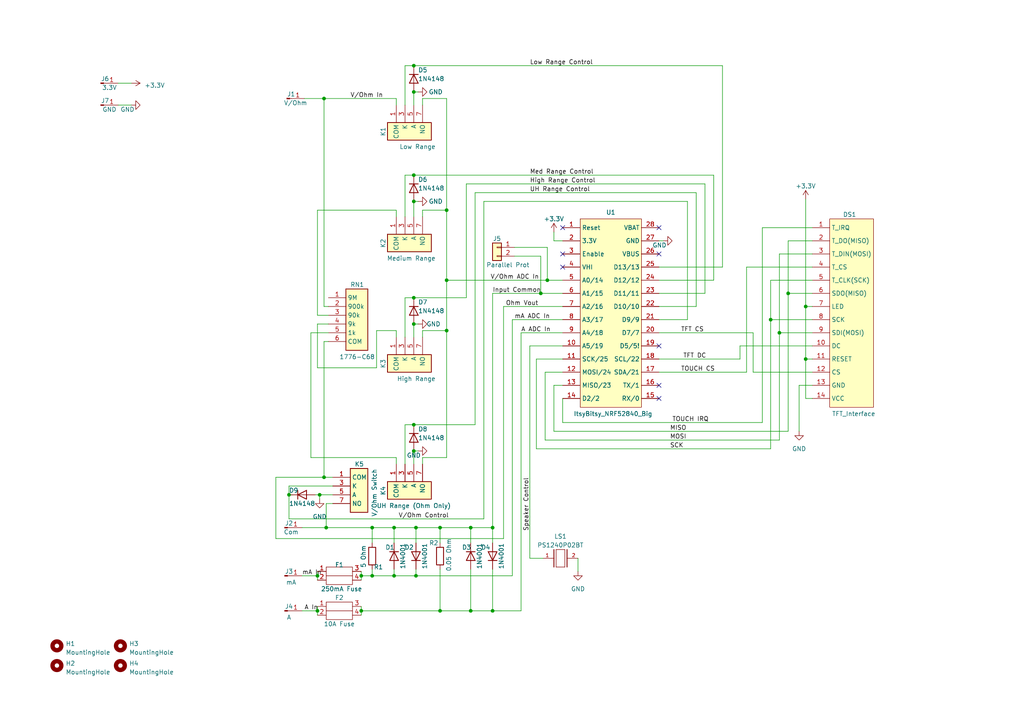
<source format=kicad_sch>
(kicad_sch (version 20230121) (generator eeschema)
  (paper "A4")
  (lib_symbols
    (symbol "502ProjectSymbols:1776-C68"
      (property "Reference" "RN" (at -2.54 13.97 0))
      (property "Value" "1776-C68" (at -2.54 11.43 0))
      (symbol "1776-C68_1_1"
        (rectangle (start -2.54 8.89) (end 3.81 -8.89) (stroke (width 0.254)) (fill (type background)))
        (pin passive line (at -7.62 6.35 0) (length 5.08) (name "9M") (number "1"))
        (pin passive line (at -7.62 3.81 0) (length 5.08) (name "900k") (number "2"))
        (pin passive line (at -7.62 1.27 0) (length 5.08) (name "90k") (number "3"))
        (pin passive line (at -7.62 -1.27 0) (length 5.08) (name "9k") (number "4"))
        (pin passive line (at -7.62 -3.81 0) (length 5.08) (name "1k") (number "5"))
        (pin passive line (at -7.62 -6.35 0) (length 5.08) (name "COM") (number "6"))
      )
    )
    (symbol "502ProjectSymbols:Fuse"
      (property "Reference" "F" (at 0 3.81 0))
      (property "Value" "Fuse" (at 0 -3.81 0))
      (symbol "Fuse_0_1"
        (rectangle (start -3.81 2.54) (end 3.81 -2.54))
        (polyline (pts (xy -3.81 0) (xy 3.81 0)))
      )
      (symbol "Fuse_1_1"
        (pin passive line (at -6.35 1.27 0) (length 2.54) (name "") (number "1"))
        (pin passive line (at -6.35 -1.27 0) (length 2.54) (name "") (number "2"))
        (pin passive line (at 6.35 1.27 180) (length 2.54) (name "") (number "3"))
        (pin passive line (at 6.35 -1.27 180) (length 2.54) (name "") (number "4"))
      )
    )
    (symbol "502ProjectSymbols:ItsyBitsy_NRF52840_Big"
      (property "Reference" "U1" (at 0 28.575 0))
      (property "Value" "ItsyBitsy_NRF52840_Big" (at 0.635 -29.845 0))
      (symbol "ItsyBitsy_NRF52840_Big_0_1"
        (rectangle (start -8.89 26.67) (end 8.89 -27.94) (fill (type background)))
      )
      (symbol "ItsyBitsy_NRF52840_Big_1_1"
        (pin input line (at -13.97 24.13 0) (length 5.08) (name "Reset") (number "1"))
        (pin input line (at -13.97 -10.16 0) (length 5.08) (name "A5/19") (number "10"))
        (pin bidirectional line (at -13.97 -13.97 0) (length 5.08) (name "SCK/25") (number "11"))
        (pin bidirectional line (at -13.97 -17.78 0) (length 5.08) (name "MOSI/24") (number "12"))
        (pin bidirectional line (at -13.97 -21.59 0) (length 5.08) (name "MISO/23") (number "13"))
        (pin bidirectional line (at -13.97 -25.4 0) (length 5.08) (name "D2/2") (number "14"))
        (pin bidirectional line (at 13.97 -25.4 180) (length 5.08) (name "RX/0") (number "15"))
        (pin bidirectional line (at 13.97 -21.59 180) (length 5.08) (name "TX/1") (number "16"))
        (pin bidirectional line (at 13.97 -17.78 180) (length 5.08) (name "SDA/21") (number "17"))
        (pin bidirectional line (at 13.97 -13.97 180) (length 5.08) (name "SCL/22") (number "18"))
        (pin bidirectional line (at 13.97 -10.16 180) (length 5.08) (name "D5/5!") (number "19"))
        (pin output line (at -13.97 20.32 0) (length 5.08) (name "3.3V") (number "2"))
        (pin bidirectional line (at 13.97 -6.35 180) (length 5.08) (name "D7/7") (number "20"))
        (pin bidirectional line (at 13.97 -2.54 180) (length 5.08) (name "D9/9") (number "21"))
        (pin bidirectional line (at 13.97 1.27 180) (length 5.08) (name "D10/10") (number "22"))
        (pin bidirectional line (at 13.97 5.08 180) (length 5.08) (name "D11/11") (number "23"))
        (pin bidirectional line (at 13.97 8.89 180) (length 5.08) (name "D12/12") (number "24"))
        (pin bidirectional line (at 13.97 12.7 180) (length 5.08) (name "D13/13") (number "25"))
        (pin bidirectional line (at 13.97 16.51 180) (length 5.08) (name "VBUS") (number "26"))
        (pin bidirectional line (at 13.97 20.32 180) (length 5.08) (name "GND") (number "27"))
        (pin bidirectional line (at 13.97 24.13 180) (length 5.08) (name "VBAT") (number "28"))
        (pin input line (at -13.97 16.51 0) (length 5.08) (name "Enable") (number "3"))
        (pin bidirectional line (at -13.97 12.7 0) (length 5.08) (name "VHI") (number "4"))
        (pin input line (at -13.97 8.89 0) (length 5.08) (name "A0/14") (number "5"))
        (pin input line (at -13.97 5.08 0) (length 5.08) (name "A1/15") (number "6"))
        (pin input line (at -13.97 1.27 0) (length 5.08) (name "A2/16") (number "7"))
        (pin input line (at -13.97 -2.54 0) (length 5.08) (name "A3/17") (number "8"))
        (pin input line (at -13.97 -6.35 0) (length 5.08) (name "A4/18") (number "9"))
      )
    )
    (symbol "502ProjectSymbols:PS1240P02BT" (pin_names (offset 1.016))
      (property "Reference" "LS" (at -3.81 3.81 0))
      (property "Value" "PS1240P02BT" (at -3.81 -5.08 0))
      (symbol "PS1240P02BT_0_0"
        (polyline (pts (xy -2.54 0) (xy -1.905 0)) (stroke (width 0.1524)))
        (polyline (pts (xy -1.905 -2.54) (xy -1.905 0)) (stroke (width 0.254)))
        (polyline (pts (xy -1.905 0) (xy -1.905 2.54)) (stroke (width 0.254)))
        (polyline (pts (xy -1.27 -2.54) (xy 1.27 -2.54)) (stroke (width 0.1524)))
        (polyline (pts (xy -1.27 2.54) (xy -1.27 -2.54)) (stroke (width 0.1524)))
        (polyline (pts (xy 1.27 -2.54) (xy 1.27 2.54)) (stroke (width 0.1524)))
        (polyline (pts (xy 1.27 2.54) (xy -1.27 2.54)) (stroke (width 0.1524)))
        (polyline (pts (xy 1.905 0) (xy 1.905 -2.54)) (stroke (width 0.254)))
        (polyline (pts (xy 1.905 0) (xy 2.54 0)) (stroke (width 0.1524)))
        (polyline (pts (xy 1.905 2.54) (xy 1.905 0)) (stroke (width 0.254)))
        (pin passive line (at -5.08 0 0) (length 2.54) (name "~") (number "1"))
        (pin passive line (at 5.08 0 180) (length 2.54) (name "~") (number "2"))
      )
    )
    (symbol "502ProjectSymbols:SIL03-1A72-71D"
      (property "Reference" "K" (at -1.27 8.89 0))
      (property "Value" "SIL03-1A72-71D" (at 3.81 -8.89 90))
      (symbol "SIL03-1A72-71D_1_1"
        (rectangle (start -2.54 6.35) (end 2.54 -6.35) (stroke (width 0.254)) (fill (type background)))
        (pin passive line (at -7.62 3.81 0) (length 5.08) (name "COM") (number "1"))
        (pin passive line (at -7.62 1.27 0) (length 5.08) (name "K") (number "3"))
        (pin passive line (at -7.62 -1.27 0) (length 5.08) (name "A") (number "5"))
        (pin passive line (at -7.62 -3.81 0) (length 5.08) (name "NO") (number "7"))
      )
    )
    (symbol "502ProjectSymbols:TFT_Interface"
      (property "Reference" "DS" (at -1.27 27.94 0))
      (property "Value" "TFT_Interface" (at 0 -29.21 0))
      (symbol "TFT_Interface_0_1"
        (rectangle (start -6.35 26.67) (end 6.35 -27.94) (fill (type background)))
      )
      (symbol "TFT_Interface_1_1"
        (pin passive line (at -11.43 24.13 0) (length 5.08) (name "T_IRQ") (number "1"))
        (pin passive line (at -11.43 -10.16 0) (length 5.08) (name "DC") (number "10"))
        (pin passive line (at -11.43 -13.97 0) (length 5.08) (name "RESET") (number "11"))
        (pin passive line (at -11.43 -17.78 0) (length 5.08) (name "CS") (number "12"))
        (pin passive line (at -11.43 -21.59 0) (length 5.08) (name "GND") (number "13"))
        (pin passive line (at -11.43 -25.4 0) (length 5.08) (name "VCC") (number "14"))
        (pin passive line (at -11.43 20.32 0) (length 5.08) (name "T_DO(MISO)") (number "2"))
        (pin passive line (at -11.43 16.51 0) (length 5.08) (name "T_DIN(MOSI)") (number "3"))
        (pin passive line (at -11.43 12.7 0) (length 5.08) (name "T_CS") (number "4"))
        (pin passive line (at -11.43 8.89 0) (length 5.08) (name "T_CLK(SCK)") (number "5"))
        (pin passive line (at -11.43 5.08 0) (length 5.08) (name "SDO(MISO)") (number "6"))
        (pin passive line (at -11.43 1.27 0) (length 5.08) (name "LED") (number "7"))
        (pin passive line (at -11.43 -2.54 0) (length 5.08) (name "SCK") (number "8"))
        (pin passive line (at -11.43 -6.35 0) (length 5.08) (name "SDI(MOSI)") (number "9"))
      )
    )
    (symbol "Connector:Conn_01x01_Pin" (pin_names (offset 1.016) hide)
      (property "Reference" "J" (at 0 2.54 0))
      (property "Value" "Conn_01x01_Pin" (at 0 -2.54 0))
      (symbol "Conn_01x01_Pin_1_1"
        (polyline (pts (xy 1.27 0) (xy 0.8636 0)) (stroke (width 0.1524)))
        (rectangle (start 0.8636 0.127) (end 0 -0.127) (stroke (width 0.1524)) (fill (type outline)))
        (pin passive line (at 5.08 0 180) (length 3.81) (name "Pin_1") (number "1"))
      )
    )
    (symbol "Connector_Generic:Conn_01x02" (pin_names (offset 1.016) hide)
      (property "Reference" "J" (at 0 2.54 0))
      (property "Value" "Conn_01x02" (at 0 -5.08 0))
      (symbol "Conn_01x02_1_1"
        (rectangle (start -1.27 -2.413) (end 0 -2.667) (stroke (width 0.1524)))
        (rectangle (start -1.27 0.127) (end 0 -0.127) (stroke (width 0.1524)))
        (rectangle (start -1.27 1.27) (end 1.27 -3.81) (stroke (width 0.254)) (fill (type background)))
        (pin passive line (at -5.08 0 0) (length 3.81) (name "Pin_1") (number "1"))
        (pin passive line (at -5.08 -2.54 0) (length 3.81) (name "Pin_2") (number "2"))
      )
    )
    (symbol "Device:R" (pin_numbers hide) (pin_names (offset 0))
      (property "Reference" "R" (at 2.032 0 90))
      (property "Value" "R" (at 0 0 90))
      (symbol "R_0_1"
        (rectangle (start -1.016 -2.54) (end 1.016 2.54) (stroke (width 0.254)))
      )
      (symbol "R_1_1"
        (pin passive line (at 0 3.81 270) (length 1.27) (name "~") (number "1"))
        (pin passive line (at 0 -3.81 90) (length 1.27) (name "~") (number "2"))
      )
    )
    (symbol "Diode:1N4001" (pin_numbers hide) (pin_names hide)
      (property "Reference" "D" (at 0 2.54 0))
      (property "Value" "1N4001" (at 0 -2.54 0))
      (symbol "1N4001_0_1"
        (polyline (pts (xy -1.27 1.27) (xy -1.27 -1.27)) (stroke (width 0.254)))
        (polyline (pts (xy 1.27 0) (xy -1.27 0)))
        (polyline (pts (xy 1.27 1.27) (xy 1.27 -1.27) (xy -1.27 0) (xy 1.27 1.27)) (stroke (width 0.254)))
      )
      (symbol "1N4001_1_1"
        (pin passive line (at -3.81 0 0) (length 2.54) (name "K") (number "1"))
        (pin passive line (at 3.81 0 180) (length 2.54) (name "A") (number "2"))
      )
    )
    (symbol "Diode:1N4148" (pin_numbers hide) (pin_names hide)
      (property "Reference" "D" (at 0 2.54 0))
      (property "Value" "1N4148" (at 0 -2.54 0))
      (symbol "1N4148_0_1"
        (polyline (pts (xy -1.27 1.27) (xy -1.27 -1.27)) (stroke (width 0.254)))
        (polyline (pts (xy 1.27 0) (xy -1.27 0)))
        (polyline (pts (xy 1.27 1.27) (xy 1.27 -1.27) (xy -1.27 0) (xy 1.27 1.27)) (stroke (width 0.254)))
      )
      (symbol "1N4148_1_1"
        (pin passive line (at -3.81 0 0) (length 2.54) (name "K") (number "1"))
        (pin passive line (at 3.81 0 180) (length 2.54) (name "A") (number "2"))
      )
    )
    (symbol "Mechanical:MountingHole" (pin_names (offset 1.016))
      (property "Reference" "H" (at 0 5.08 0))
      (property "Value" "MountingHole" (at 0 3.175 0))
      (symbol "MountingHole_0_1"
        (circle (center 0 0) (radius 1.27) (stroke (width 1.27)))
      )
    )
    (symbol "power:+3.3V" (power) (pin_names (offset 0))
      (property "Value" "+3.3V" (at 0 3.556 0))
      (symbol "+3.3V_0_1"
        (polyline (pts (xy -0.762 1.27) (xy 0 2.54)))
        (polyline (pts (xy 0 0) (xy 0 2.54)))
        (polyline (pts (xy 0 2.54) (xy 0.762 1.27)))
      )
      (symbol "+3.3V_1_1"
        (pin power_in line (at 0 0 90) (length 0) hide (name "+3.3V") (number "1"))
      )
    )
    (symbol "power:GND" (power) (pin_names (offset 0))
      (property "Value" "GND" (at 0 -3.81 0))
      (symbol "GND_0_1"
        (polyline (pts (xy 0 0) (xy 0 -1.27) (xy 1.27 -1.27) (xy 0 -2.54) (xy -1.27 -1.27) (xy 0 -1.27)))
      )
      (symbol "GND_1_1"
        (pin power_in line (at 0 0 270) (length 0) hide (name "GND") (number "1"))
      )
    )
  )
  (junction (at 228.6 85.09))
  (junction (at 142.875 153.035))
  (junction (at 92.075 177.165))
  (junction (at 129.54 95.885))
  (junction (at 158.75 81.28))
  (junction (at 120.015 130.81))
  (junction (at 92.075 167.005))
  (junction (at 127.635 177.165))
  (junction (at 104.775 177.165))
  (junction (at 93.98 28.575))
  (junction (at 127.635 153.035))
  (junction (at 93.98 138.43))
  (junction (at 120.015 123.19))
  (junction (at 83.82 143.51))
  (junction (at 136.525 153.035))
  (junction (at 120.015 93.98))
  (junction (at 136.525 177.165))
  (junction (at 120.015 26.67))
  (junction (at 92.71 143.51))
  (junction (at 120.015 58.42))
  (junction (at 107.95 167.005))
  (junction (at 233.68 104.14))
  (junction (at 120.65 167.005))
  (junction (at 120.65 153.035))
  (junction (at 156.845 85.09))
  (junction (at 142.875 177.165))
  (junction (at 120.015 86.36))
  (junction (at 120.015 50.8))
  (junction (at 107.95 153.035))
  (junction (at 223.52 92.71))
  (junction (at 94.615 153.035))
  (junction (at 129.54 60.96))
  (junction (at 129.54 81.28))
  (junction (at 114.3 153.035))
  (junction (at 120.015 19.05))
  (junction (at 226.06 96.52))
  (junction (at 114.3 167.005))
  (junction (at 104.775 167.005))
  (junction (at 233.68 88.9))
  (no_connect (at 191.135 66.04))
  (no_connect (at 191.135 111.76))
  (no_connect (at 191.135 73.66))
  (no_connect (at 191.135 100.33))
  (no_connect (at 163.195 77.47))
  (no_connect (at 163.195 73.66))
  (no_connect (at 163.195 66.04))
  (no_connect (at 191.135 115.57))
  (wire (pts (xy 107.95 167.005) (xy 107.95 165.1)))
  (wire (pts (xy 91.44 143.51) (xy 92.71 143.51)))
  (wire (pts (xy 95.25 99.06) (xy 93.98 99.06)))
  (wire (pts (xy 142.875 153.035) (xy 142.875 157.48)))
  (wire (pts (xy 135.255 86.36) (xy 135.255 53.34)))
  (wire (pts (xy 117.475 19.05) (xy 120.015 19.05)))
  (wire (pts (xy 160.655 111.76) (xy 160.655 125.095)))
  (wire (pts (xy 104.775 177.165) (xy 104.775 175.895)))
  (wire (pts (xy 114.3 165.1) (xy 114.3 167.005)))
  (wire (pts (xy 122.555 60.96) (xy 122.555 62.865)))
  (wire (pts (xy 153.67 100.33) (xy 153.67 161.925)))
  (wire (pts (xy 122.555 28.575) (xy 129.54 28.575)))
  (wire (pts (xy 120.015 58.42) (xy 120.015 57.785)))
  (wire (pts (xy 83.82 143.51) (xy 85.09 143.51)))
  (wire (pts (xy 153.67 100.33) (xy 163.195 100.33)))
  (wire (pts (xy 136.525 177.165) (xy 142.875 177.165)))
  (wire (pts (xy 235.585 104.14) (xy 233.68 104.14)))
  (wire (pts (xy 157.48 161.925) (xy 153.67 161.925)))
  (wire (pts (xy 151.13 96.52) (xy 151.13 177.165)))
  (wire (pts (xy 191.135 77.47) (xy 209.55 77.47)))
  (wire (pts (xy 121.285 130.81) (xy 120.015 130.81)))
  (wire (pts (xy 104.775 177.165) (xy 104.775 178.435)))
  (wire (pts (xy 96.52 140.97) (xy 83.82 140.97)))
  (wire (pts (xy 142.875 165.1) (xy 142.875 177.165)))
  (wire (pts (xy 223.52 81.28) (xy 223.52 92.71)))
  (wire (pts (xy 156.845 74.295) (xy 156.845 85.09)))
  (wire (pts (xy 38.1 24.13) (xy 34.29 24.13)))
  (wire (pts (xy 129.54 95.885) (xy 129.54 132.715)))
  (wire (pts (xy 191.135 96.52) (xy 218.44 96.52)))
  (wire (pts (xy 109.22 95.885) (xy 114.935 95.885)))
  (wire (pts (xy 146.05 88.9) (xy 163.195 88.9)))
  (wire (pts (xy 94.615 146.05) (xy 96.52 146.05)))
  (wire (pts (xy 87.63 177.165) (xy 92.075 177.165)))
  (wire (pts (xy 129.54 28.575) (xy 129.54 60.96)))
  (wire (pts (xy 120.015 26.67) (xy 121.285 26.67)))
  (wire (pts (xy 209.55 19.05) (xy 209.55 77.47)))
  (wire (pts (xy 94.615 146.05) (xy 94.615 153.035)))
  (wire (pts (xy 114.3 153.035) (xy 114.3 157.48)))
  (wire (pts (xy 120.015 19.05) (xy 209.55 19.05)))
  (wire (pts (xy 146.05 88.9) (xy 146.05 156.21)))
  (wire (pts (xy 80.01 138.43) (xy 93.98 138.43)))
  (wire (pts (xy 231.775 111.76) (xy 231.775 125.095)))
  (wire (pts (xy 121.285 58.42) (xy 120.015 58.42)))
  (wire (pts (xy 120.015 58.42) (xy 120.015 62.865)))
  (wire (pts (xy 235.585 88.9) (xy 233.68 88.9)))
  (wire (pts (xy 117.475 123.19) (xy 120.015 123.19)))
  (wire (pts (xy 120.015 93.98) (xy 120.015 97.79)))
  (wire (pts (xy 228.6 69.85) (xy 228.6 85.09)))
  (wire (pts (xy 214.63 100.33) (xy 214.63 104.14)))
  (wire (pts (xy 148.59 92.71) (xy 163.195 92.71)))
  (wire (pts (xy 235.585 69.85) (xy 228.6 69.85)))
  (wire (pts (xy 92.075 106.68) (xy 109.22 106.68)))
  (wire (pts (xy 120.65 153.035) (xy 120.65 157.48)))
  (wire (pts (xy 95.25 93.98) (xy 92.075 93.98)))
  (wire (pts (xy 88.265 28.575) (xy 93.98 28.575)))
  (wire (pts (xy 226.06 96.52) (xy 235.585 96.52)))
  (wire (pts (xy 191.135 69.85) (xy 192.405 69.85)))
  (wire (pts (xy 129.54 81.28) (xy 129.54 95.885)))
  (wire (pts (xy 127.635 177.165) (xy 127.635 165.1)))
  (wire (pts (xy 129.54 81.28) (xy 158.75 81.28)))
  (wire (pts (xy 233.68 88.9) (xy 233.68 104.14)))
  (wire (pts (xy 235.585 81.28) (xy 223.52 81.28)))
  (wire (pts (xy 158.115 107.95) (xy 158.115 127.635)))
  (wire (pts (xy 94.615 153.035) (xy 107.95 153.035)))
  (wire (pts (xy 221.107 66.04) (xy 221.107 122.555)))
  (wire (pts (xy 87.63 153.035) (xy 94.615 153.035)))
  (wire (pts (xy 92.075 177.165) (xy 92.075 175.895)))
  (wire (pts (xy 92.075 177.165) (xy 92.075 178.435)))
  (wire (pts (xy 235.585 66.04) (xy 221.107 66.04)))
  (wire (pts (xy 163.195 111.76) (xy 160.655 111.76)))
  (wire (pts (xy 136.525 165.1) (xy 136.525 177.165)))
  (wire (pts (xy 120.015 86.36) (xy 135.255 86.36)))
  (wire (pts (xy 221.107 122.555) (xy 163.195 122.555)))
  (wire (pts (xy 191.135 107.95) (xy 216.535 107.95)))
  (wire (pts (xy 158.75 71.755) (xy 158.75 81.28)))
  (wire (pts (xy 127.635 153.035) (xy 127.635 157.48)))
  (wire (pts (xy 92.075 91.44) (xy 92.075 60.96)))
  (wire (pts (xy 207.01 50.8) (xy 207.01 81.28)))
  (wire (pts (xy 158.75 81.28) (xy 163.195 81.28)))
  (wire (pts (xy 226.06 127.635) (xy 226.06 96.52)))
  (wire (pts (xy 83.82 150.495) (xy 140.335 150.495)))
  (wire (pts (xy 191.135 85.09) (xy 204.47 85.09)))
  (wire (pts (xy 93.98 138.43) (xy 96.52 138.43)))
  (wire (pts (xy 80.01 156.21) (xy 80.01 138.43)))
  (wire (pts (xy 38.1 30.48) (xy 34.29 30.48)))
  (wire (pts (xy 93.98 28.575) (xy 93.98 88.9)))
  (wire (pts (xy 129.54 132.715) (xy 122.555 132.715)))
  (wire (pts (xy 163.195 104.14) (xy 155.575 104.14)))
  (wire (pts (xy 109.22 106.68) (xy 109.22 95.885)))
  (wire (pts (xy 92.075 167.005) (xy 92.075 168.275)))
  (wire (pts (xy 120.015 123.19) (xy 137.795 123.19)))
  (wire (pts (xy 218.44 107.95) (xy 235.585 107.95)))
  (wire (pts (xy 122.555 60.96) (xy 129.54 60.96)))
  (wire (pts (xy 104.775 177.165) (xy 127.635 177.165)))
  (wire (pts (xy 142.875 177.165) (xy 151.13 177.165)))
  (wire (pts (xy 142.875 85.09) (xy 156.845 85.09)))
  (wire (pts (xy 223.52 130.175) (xy 223.52 92.71)))
  (wire (pts (xy 235.585 77.47) (xy 216.535 77.47)))
  (wire (pts (xy 122.555 95.885) (xy 122.555 97.79)))
  (wire (pts (xy 158.115 127.635) (xy 226.06 127.635)))
  (wire (pts (xy 233.68 104.14) (xy 233.68 115.57)))
  (wire (pts (xy 93.98 99.06) (xy 93.98 138.43)))
  (wire (pts (xy 80.01 156.21) (xy 146.05 156.21)))
  (wire (pts (xy 233.68 115.57) (xy 235.585 115.57)))
  (wire (pts (xy 117.475 97.79) (xy 117.475 86.36)))
  (wire (pts (xy 90.17 132.715) (xy 114.935 132.715)))
  (wire (pts (xy 95.25 96.52) (xy 90.17 96.52)))
  (wire (pts (xy 201.93 55.88) (xy 201.93 88.9)))
  (wire (pts (xy 107.95 167.005) (xy 114.3 167.005)))
  (wire (pts (xy 107.95 153.035) (xy 107.95 157.48)))
  (wire (pts (xy 235.585 100.33) (xy 214.63 100.33)))
  (wire (pts (xy 135.255 53.34) (xy 204.47 53.34)))
  (wire (pts (xy 121.285 93.98) (xy 120.015 93.98)))
  (wire (pts (xy 163.195 107.95) (xy 158.115 107.95)))
  (wire (pts (xy 92.075 93.98) (xy 92.075 106.68)))
  (wire (pts (xy 120.015 50.8) (xy 207.01 50.8)))
  (wire (pts (xy 92.71 144.78) (xy 92.71 143.51)))
  (wire (pts (xy 156.845 85.09) (xy 163.195 85.09)))
  (wire (pts (xy 137.795 123.19) (xy 137.795 55.88)))
  (wire (pts (xy 231.775 111.76) (xy 235.585 111.76)))
  (wire (pts (xy 92.075 60.96) (xy 114.935 60.96)))
  (wire (pts (xy 163.195 69.85) (xy 160.655 69.85)))
  (wire (pts (xy 122.555 132.715) (xy 122.555 134.62)))
  (wire (pts (xy 149.225 71.755) (xy 158.75 71.755)))
  (wire (pts (xy 155.575 104.14) (xy 155.575 130.175)))
  (wire (pts (xy 151.13 96.52) (xy 163.195 96.52)))
  (wire (pts (xy 167.64 161.925) (xy 167.64 165.735)))
  (wire (pts (xy 114.3 167.005) (xy 120.65 167.005)))
  (wire (pts (xy 160.655 125.095) (xy 228.6 125.095)))
  (wire (pts (xy 114.935 60.96) (xy 114.935 62.865)))
  (wire (pts (xy 191.135 81.28) (xy 207.01 81.28)))
  (wire (pts (xy 117.475 50.8) (xy 120.015 50.8)))
  (wire (pts (xy 104.775 165.735) (xy 104.775 167.005)))
  (wire (pts (xy 199.39 58.42) (xy 199.39 92.71)))
  (wire (pts (xy 120.015 26.67) (xy 120.015 30.48)))
  (wire (pts (xy 107.95 153.035) (xy 114.3 153.035)))
  (wire (pts (xy 104.775 167.005) (xy 107.95 167.005)))
  (wire (pts (xy 129.54 60.96) (xy 129.54 81.28)))
  (wire (pts (xy 127.635 153.035) (xy 136.525 153.035)))
  (wire (pts (xy 120.015 130.81) (xy 120.015 134.62)))
  (wire (pts (xy 149.225 74.295) (xy 156.845 74.295)))
  (wire (pts (xy 114.935 132.715) (xy 114.935 134.62)))
  (wire (pts (xy 117.475 62.865) (xy 117.475 50.8)))
  (wire (pts (xy 218.44 96.52) (xy 218.44 107.95)))
  (wire (pts (xy 122.555 28.575) (xy 122.555 30.48)))
  (wire (pts (xy 95.25 91.44) (xy 92.075 91.44)))
  (wire (pts (xy 223.52 92.71) (xy 235.585 92.71)))
  (wire (pts (xy 155.575 130.175) (xy 223.52 130.175)))
  (wire (pts (xy 122.555 95.885) (xy 129.54 95.885)))
  (wire (pts (xy 140.335 58.42) (xy 199.39 58.42)))
  (wire (pts (xy 216.535 77.47) (xy 216.535 107.95)))
  (wire (pts (xy 114.935 95.885) (xy 114.935 97.79)))
  (wire (pts (xy 117.475 134.62) (xy 117.475 123.19)))
  (wire (pts (xy 228.6 85.09) (xy 235.585 85.09)))
  (wire (pts (xy 163.195 122.555) (xy 163.195 115.57)))
  (wire (pts (xy 114.935 28.575) (xy 114.935 30.48)))
  (wire (pts (xy 120.65 153.035) (xy 127.635 153.035)))
  (wire (pts (xy 235.585 73.66) (xy 226.06 73.66)))
  (wire (pts (xy 233.68 88.9) (xy 233.68 57.785)))
  (wire (pts (xy 127.635 177.165) (xy 136.525 177.165)))
  (wire (pts (xy 137.795 55.88) (xy 201.93 55.88)))
  (wire (pts (xy 140.335 150.495) (xy 140.335 58.42)))
  (wire (pts (xy 83.82 143.51) (xy 83.82 150.495)))
  (wire (pts (xy 199.39 92.71) (xy 191.135 92.71)))
  (wire (pts (xy 120.65 167.005) (xy 148.59 167.005)))
  (wire (pts (xy 214.63 104.14) (xy 191.135 104.14)))
  (wire (pts (xy 117.475 19.05) (xy 117.475 30.48)))
  (wire (pts (xy 142.875 85.09) (xy 142.875 153.035)))
  (wire (pts (xy 87.63 167.005) (xy 92.075 167.005)))
  (wire (pts (xy 104.775 167.005) (xy 104.775 168.275)))
  (wire (pts (xy 201.93 88.9) (xy 191.135 88.9)))
  (wire (pts (xy 136.525 153.035) (xy 142.875 153.035)))
  (wire (pts (xy 204.47 53.34) (xy 204.47 85.09)))
  (wire (pts (xy 117.475 86.36) (xy 120.015 86.36)))
  (wire (pts (xy 95.25 88.9) (xy 93.98 88.9)))
  (wire (pts (xy 92.71 143.51) (xy 96.52 143.51)))
  (wire (pts (xy 136.525 153.035) (xy 136.525 157.48)))
  (wire (pts (xy 148.59 92.71) (xy 148.59 167.005)))
  (wire (pts (xy 226.06 73.66) (xy 226.06 96.52)))
  (wire (pts (xy 160.655 69.85) (xy 160.655 67.31)))
  (wire (pts (xy 92.075 167.005) (xy 92.075 165.735)))
  (wire (pts (xy 90.17 96.52) (xy 90.17 132.715)))
  (wire (pts (xy 228.6 125.095) (xy 228.6 85.09)))
  (wire (pts (xy 93.98 28.575) (xy 114.935 28.575)))
  (wire (pts (xy 120.65 165.1) (xy 120.65 167.005)))
  (wire (pts (xy 114.3 153.035) (xy 120.65 153.035)))
  (wire (pts (xy 83.82 140.97) (xy 83.82 143.51)))
  (label "TOUCH CS" (at 197.485 107.95 0))
  (label "SCK" (at 194.31 130.175 0))
  (label "Speaker Control" (at 153.67 138.43 270))
  (label "V{slash}Ohm Control" (at 115.57 150.495 0))
  (label "A In" (at 88.265 177.165 0))
  (label "Ohm Vout" (at 146.685 88.9 0))
  (label "TFT CS" (at 197.485 96.52 0))
  (label "MOSI" (at 194.31 127.635 0))
  (label "High Range Control" (at 153.67 53.34 0))
  (label "V{slash}Ohm ADC In" (at 142.24 81.28 0))
  (label "Input Common" (at 142.875 85.09 0))
  (label "UH Range Control" (at 153.67 55.88 0))
  (label "TOUCH IRQ" (at 194.945 122.555 0))
  (label "A ADC In" (at 151.13 96.52 0))
  (label "mA ADC In" (at 149.225 92.71 0))
  (label "Med Range Control" (at 153.67 50.8 0))
  (label "TFT DC" (at 198.12 104.14 0))
  (label "Low Range Control" (at 153.67 19.05 0))
  (label "V{slash}Ohm In" (at 101.6 28.575 0))
  (label "MISO" (at 194.31 125.095 0))
  (label "mA In" (at 87.63 167.005 0))
  (symbol (lib_id "Device:R") (at 127.635 161.29 180) (unit 1)
    (property "Reference" "R2" (at 124.46 157.48 0) (effects (justify right)))
    (property "Value" "0.05 Ohm" (at 130.175 165.735 90) (effects (justify right)))
    (property "Footprint" "502ProjectFootprints:LOB-1528272_3" (effects hide))
  )
  (symbol (lib_id "Diode:1N4148") (at 120.015 127 270) (unit 1)
    (property "Reference" "D8" (at 121.285 124.46 90) (effects (justify left)))
    (property "Value" "1N4148" (at 121.285 127 90) (effects (justify left)))
    (property "Footprint" "502ProjectFootprints:D_DO-35_SOD27_P5.08mm_Horizontal" (effects hide))
    (property "Datasheet" "https://assets.nexperia.com/documents/data-sheet/1N4148_1N4448.pdf" (effects hide))
    (property "Sim.Device" "D" (effects hide))
    (property "Sim.Pins" "1=K 2=A" (effects hide))
  )
  (symbol (lib_id "power:GND") (at 121.285 58.42 90) (unit 1)
    (property "Reference" "#PWR09" (effects hide))
    (property "Value" "GND" (at 126.365 58.42 90))
  )
  (symbol (lib_id "Diode:1N4148") (at 87.63 143.51 0) (unit 1)
    (property "Reference" "D9" (at 83.82 142.24 0) (effects (justify left)))
    (property "Value" "1N4148" (at 83.82 146.05 0) (effects (justify left)))
    (property "Footprint" "502ProjectFootprints:D_DO-35_SOD27_P5.08mm_Horizontal" (effects hide))
    (property "Datasheet" "https://assets.nexperia.com/documents/data-sheet/1N4148_1N4448.pdf" (effects hide))
    (property "Sim.Device" "D" (effects hide))
    (property "Sim.Pins" "1=K 2=A" (effects hide))
  )
  (symbol (lib_id "power:GND") (at 167.64 165.735 0) (unit 1)
    (property "Reference" "#PWR010" (effects hide))
    (property "Value" "GND" (at 167.64 170.815 0))
  )
  (symbol (lib_id "Mechanical:MountingHole") (at 34.925 193.04 0) (unit 1)
    (property "Reference" "H4" (at 37.465 192.405 0) (effects (justify left)))
    (property "Value" "MountingHole" (at 37.465 194.945 0) (effects (justify left)))
    (property "Footprint" "502ProjectFootprints:MountingHole_3mm" (effects hide))
  )
  (symbol (lib_id "Connector:Conn_01x01_Pin") (at 82.55 153.035 0) (unit 1)
    (property "Reference" "J2" (at 83.82 151.765 0))
    (property "Value" "Com" (at 84.455 154.305 0))
    (property "Footprint" "502ProjectFootprints:PinHeader_1x01_P2.54mm_Vertical_H0.9mm" (effects hide))
  )
  (symbol (lib_id "Diode:1N4148") (at 120.015 90.17 270) (unit 1)
    (property "Reference" "D7" (at 121.285 87.63 90) (effects (justify left)))
    (property "Value" "1N4148" (at 121.285 90.17 90) (effects (justify left)))
    (property "Footprint" "502ProjectFootprints:D_DO-35_SOD27_P5.08mm_Horizontal" (effects hide))
    (property "Datasheet" "https://assets.nexperia.com/documents/data-sheet/1N4148_1N4448.pdf" (effects hide))
    (property "Sim.Device" "D" (effects hide))
    (property "Sim.Pins" "1=K 2=A" (effects hide))
  )
  (symbol (lib_id "power:+3.3V") (at 38.1 24.13 270) (unit 1)
    (property "Reference" "#PWR012" (effects hide))
    (property "Value" "+3.3V" (at 41.91 24.765 90) (effects (justify left)))
  )
  (symbol (lib_id "502ProjectSymbols:SIL03-1A72-71D") (at 118.745 70.485 90) (mirror x) (unit 1)
    (property "Reference" "K2" (at 111.125 69.215 0) (effects (justify left)))
    (property "Value" "Medium Range" (at 126.365 74.93 90) (effects (justify left)))
    (property "Footprint" "502ProjectFootprints:SIL03-1A72-71_4" (effects hide))
    (property "Datasheet" "https://4a30d8fd18dae1bf393d-df49f4cedb726ad03ad145d2e3d346bd.ssl.cf5.rackcdn.com/datasheets/33/3303172171e.pdf" (effects hide))
    (property "Height" "7.8" (effects hide))
    (property "Manufacturer_Name" "Meder" (effects hide))
    (property "Manufacturer_Part_Number" "SIL03-1A72-71D" (effects hide))
    (property "Mouser Part Number" "876-SIL03-1A72-71D" (effects hide))
    (property "Mouser Price/Stock" "https://www.mouser.co.uk/ProductDetail/MEDER-electronic-Standex/SIL03-1A72-71D?qs=XQXp6f9AQWAyfFxxKRfX0Q%3D%3D" (effects hide))
  )
  (symbol (lib_id "Mechanical:MountingHole") (at 16.51 187.325 0) (unit 1)
    (property "Reference" "H1" (at 19.05 186.69 0) (effects (justify left)))
    (property "Value" "MountingHole" (at 19.05 189.23 0) (effects (justify left)))
    (property "Footprint" "502ProjectFootprints:MountingHole_3mm" (effects hide))
  )
  (symbol (lib_id "Device:R") (at 107.95 161.29 0) (unit 1)
    (property "Reference" "R1" (at 111.125 164.465 0) (effects (justify right)))
    (property "Value" "5 Ohm" (at 105.41 158.115 90) (effects (justify right)))
    (property "Footprint" "Resistor_THT:R_Axial_DIN0207_L6.3mm_D2.5mm_P2.54mm_Vertical" (effects hide))
  )
  (symbol (lib_id "502ProjectSymbols:TFT_Interface") (at 247.015 90.17 0) (unit 1)
    (property "Reference" "DS1" (at 244.475 62.23 0) (effects (justify left)))
    (property "Value" "TFT_Interface" (at 241.3 120.015 0) (effects (justify left)))
    (property "Footprint" "502ProjectFootprints:PinHeader_1x14_P2.54mm_Vertical_H1.0" (effects hide))
  )
  (symbol (lib_id "502ProjectSymbols:SIL03-1A72-71D") (at 104.14 142.24 0) (unit 1)
    (property "Reference" "K5" (at 102.87 134.62 0) (effects (justify left)))
    (property "Value" "V/Ohm Switch" (at 108.585 149.86 90) (effects (justify left)))
    (property "Footprint" "502ProjectFootprints:SIL03-1A72-71_4" (effects hide))
    (property "Datasheet" "https://4a30d8fd18dae1bf393d-df49f4cedb726ad03ad145d2e3d346bd.ssl.cf5.rackcdn.com/datasheets/33/3303172171e.pdf" (effects hide))
    (property "Height" "7.8" (effects hide))
    (property "Manufacturer_Name" "Meder" (effects hide))
    (property "Manufacturer_Part_Number" "SIL03-1A72-71D" (effects hide))
    (property "Mouser Part Number" "876-SIL03-1A72-71D" (effects hide))
    (property "Mouser Price/Stock" "https://www.mouser.co.uk/ProductDetail/MEDER-electronic-Standex/SIL03-1A72-71D?qs=XQXp6f9AQWAyfFxxKRfX0Q%3D%3D" (effects hide))
  )
  (symbol (lib_id "502ProjectSymbols:SIL03-1A72-71D") (at 118.745 38.1 90) (mirror x) (unit 1)
    (property "Reference" "K1" (at 111.125 36.83 0) (effects (justify left)))
    (property "Value" "Low Range" (at 126.365 42.545 90) (effects (justify left)))
    (property "Footprint" "502ProjectFootprints:SIL03-1A72-71_4" (effects hide))
    (property "Datasheet" "https://4a30d8fd18dae1bf393d-df49f4cedb726ad03ad145d2e3d346bd.ssl.cf5.rackcdn.com/datasheets/33/3303172171e.pdf" (effects hide))
    (property "Height" "7.8" (effects hide))
    (property "Manufacturer_Name" "Meder" (effects hide))
    (property "Manufacturer_Part_Number" "SIL03-1A72-71D" (effects hide))
    (property "Mouser Part Number" "876-SIL03-1A72-71D" (effects hide))
    (property "Mouser Price/Stock" "https://www.mouser.co.uk/ProductDetail/MEDER-electronic-Standex/SIL03-1A72-71D?qs=XQXp6f9AQWAyfFxxKRfX0Q%3D%3D" (effects hide))
  )
  (symbol (lib_id "power:GND") (at 121.285 26.67 90) (unit 1)
    (property "Reference" "#PWR05" (effects hide))
    (property "Value" "GND" (at 126.365 26.67 90))
  )
  (symbol (lib_id "502ProjectSymbols:Fuse") (at 98.425 167.005 0) (unit 1)
    (property "Reference" "F1" (at 98.425 163.83 0))
    (property "Value" "250mA Fuse" (at 99.06 170.815 0))
    (property "Footprint" "502ProjectFootprints:LF124061_3" (effects hide))
  )
  (symbol (lib_id "Diode:1N4001") (at 114.3 161.29 270) (unit 1)
    (property "Reference" "D1" (at 111.76 158.75 90) (effects (justify left)))
    (property "Value" "1N4001" (at 116.84 157.48 0) (effects (justify left)))
    (property "Footprint" "Diode_THT:D_DO-41_SOD81_P7.62mm_Horizontal" (effects hide))
    (property "Datasheet" "http://www.vishay.com/docs/88503/1n4001.pdf" (effects hide))
    (property "Sim.Device" "D" (effects hide))
    (property "Sim.Pins" "1=K 2=A" (effects hide))
  )
  (symbol (lib_id "502ProjectSymbols:SIL03-1A72-71D") (at 118.745 105.41 90) (mirror x) (unit 1)
    (property "Reference" "K3" (at 111.125 104.14 0) (effects (justify left)))
    (property "Value" "High Range" (at 126.365 109.855 90) (effects (justify left)))
    (property "Footprint" "502ProjectFootprints:SIL03-1A72-71_4" (effects hide))
    (property "Datasheet" "https://4a30d8fd18dae1bf393d-df49f4cedb726ad03ad145d2e3d346bd.ssl.cf5.rackcdn.com/datasheets/33/3303172171e.pdf" (effects hide))
    (property "Height" "7.8" (effects hide))
    (property "Manufacturer_Name" "Meder" (effects hide))
    (property "Manufacturer_Part_Number" "SIL03-1A72-71D" (effects hide))
    (property "Mouser Part Number" "876-SIL03-1A72-71D" (effects hide))
    (property "Mouser Price/Stock" "https://www.mouser.co.uk/ProductDetail/MEDER-electronic-Standex/SIL03-1A72-71D?qs=XQXp6f9AQWAyfFxxKRfX0Q%3D%3D" (effects hide))
  )
  (symbol (lib_id "power:GND") (at 231.775 125.095 0) (unit 1)
    (property "Reference" "#PWR03" (effects hide))
    (property "Value" "GND" (at 231.775 130.175 0))
  )
  (symbol (lib_id "Diode:1N4001") (at 142.875 161.29 90) (unit 1)
    (property "Reference" "D4" (at 142.24 158.75 90) (effects (justify left)))
    (property "Value" "1N4001" (at 145.415 165.1 0) (effects (justify left)))
    (property "Footprint" "Diode_THT:D_DO-41_SOD81_P7.62mm_Horizontal" (effects hide))
    (property "Datasheet" "http://www.vishay.com/docs/88503/1n4001.pdf" (effects hide))
    (property "Sim.Device" "D" (effects hide))
    (property "Sim.Pins" "1=K 2=A" (effects hide))
  )
  (symbol (lib_id "Diode:1N4001") (at 120.65 161.29 90) (unit 1)
    (property "Reference" "D2" (at 120.015 158.75 90) (effects (justify left)))
    (property "Value" "1N4001" (at 123.19 165.1 0) (effects (justify left)))
    (property "Footprint" "Diode_THT:D_DO-41_SOD81_P7.62mm_Horizontal" (effects hide))
    (property "Datasheet" "http://www.vishay.com/docs/88503/1n4001.pdf" (effects hide))
    (property "Sim.Device" "D" (effects hide))
    (property "Sim.Pins" "1=K 2=A" (effects hide))
  )
  (symbol (lib_id "power:+3.3V") (at 160.655 67.31 0) (unit 1)
    (property "Reference" "#PWR01" (effects hide))
    (property "Value" "+3.3V" (at 160.655 63.5 0))
  )
  (symbol (lib_id "502ProjectSymbols:PS1240P02BT") (at 162.56 161.925 0) (unit 1)
    (property "Reference" "LS1" (at 162.56 155.575 0))
    (property "Value" "PS1240P02BT" (at 162.56 158.115 0))
    (property "Footprint" "502ProjectFootprints:XDCR_PS1240P02BT" (effects hide))
    (property "MF" "TDK" (effects hide))
    (property "PRICE" "None" (effects hide))
    (property "AVAILABILITY" "Unavailable" (effects hide))
    (property "PACKAGE" "SIP-5 TDK" (effects hide))
    (property "MAXIMUM_PACKAGE_HEIGHT" "7.0mm" (effects hide))
    (property "DESCRIPTION" "Buzzers Transducer, Externally Driven Piezo 3V 4kHz 60dB @ 3V, 10cm Through Hole PC Pins" (effects hide))
    (property "MP" "PS1240P02CT3" (effects hide))
  )
  (symbol (lib_id "502ProjectSymbols:SIL03-1A72-71D") (at 118.745 142.24 90) (mirror x) (unit 1)
    (property "Reference" "K4" (at 111.125 140.97 0) (effects (justify left)))
    (property "Value" "UH Range (Ohm Only)" (at 130.81 146.685 90) (effects (justify left)))
    (property "Footprint" "502ProjectFootprints:SIL03-1A72-71_4" (effects hide))
    (property "Datasheet" "https://4a30d8fd18dae1bf393d-df49f4cedb726ad03ad145d2e3d346bd.ssl.cf5.rackcdn.com/datasheets/33/3303172171e.pdf" (effects hide))
    (property "Height" "7.8" (effects hide))
    (property "Manufacturer_Name" "Meder" (effects hide))
    (property "Manufacturer_Part_Number" "SIL03-1A72-71D" (effects hide))
    (property "Mouser Part Number" "876-SIL03-1A72-71D" (effects hide))
    (property "Mouser Price/Stock" "https://www.mouser.co.uk/ProductDetail/MEDER-electronic-Standex/SIL03-1A72-71D?qs=XQXp6f9AQWAyfFxxKRfX0Q%3D%3D" (effects hide))
  )
  (symbol (lib_id "power:GND") (at 121.285 93.98 90) (unit 1)
    (property "Reference" "#PWR06" (effects hide))
    (property "Value" "GND" (at 125.73 93.98 90))
  )
  (symbol (lib_id "power:+3.3V") (at 233.68 57.785 0) (unit 1)
    (property "Reference" "#PWR04" (effects hide))
    (property "Value" "+3.3V" (at 233.68 53.975 0))
  )
  (symbol (lib_id "Mechanical:MountingHole") (at 16.51 193.04 0) (unit 1)
    (property "Reference" "H2" (at 19.05 192.405 0) (effects (justify left)))
    (property "Value" "MountingHole" (at 19.05 194.945 0) (effects (justify left)))
    (property "Footprint" "502ProjectFootprints:MountingHole_3mm" (effects hide))
  )
  (symbol (lib_id "Diode:1N4001") (at 136.525 161.29 270) (unit 1)
    (property "Reference" "D3" (at 133.985 158.75 90) (effects (justify left)))
    (property "Value" "1N4001" (at 139.065 157.48 0) (effects (justify left)))
    (property "Footprint" "Diode_THT:D_DO-41_SOD81_P7.62mm_Horizontal" (effects hide))
    (property "Datasheet" "http://www.vishay.com/docs/88503/1n4001.pdf" (effects hide))
    (property "Sim.Device" "D" (effects hide))
    (property "Sim.Pins" "1=K 2=A" (effects hide))
  )
  (symbol (lib_id "Connector:Conn_01x01_Pin") (at 82.55 167.005 0) (unit 1)
    (property "Reference" "J3" (at 83.82 165.735 0))
    (property "Value" "mA" (at 84.455 168.91 0))
    (property "Footprint" "502ProjectFootprints:PinHeader_1x01_P2.54mm_Vertical_H0.9mm" (effects hide))
  )
  (symbol (lib_id "Connector:Conn_01x01_Pin") (at 29.21 24.13 0) (unit 1)
    (property "Reference" "J6" (at 30.48 22.86 0))
    (property "Value" "3.3V" (at 31.75 25.4 0))
    (property "Footprint" "502ProjectFootprints:PinHeader_1x01_P2.54mm_Vertical_H0.9mm" (effects hide))
  )
  (symbol (lib_id "power:GND") (at 92.71 144.78 0) (unit 1)
    (property "Reference" "#PWR08" (effects hide))
    (property "Value" "GND" (at 92.71 149.86 0))
  )
  (symbol (lib_id "power:GND") (at 192.405 69.85 90) (unit 1)
    (property "Reference" "#PWR02" (effects hide))
    (property "Value" "GND" (at 189.23 71.12 90) (effects (justify right)))
  )
  (symbol (lib_id "Connector_Generic:Conn_01x02") (at 144.145 71.755 0) (mirror y) (unit 1)
    (property "Reference" "J5" (at 144.145 69.215 0))
    (property "Value" "Parallel Prot" (at 147.32 76.835 0))
    (property "Footprint" "502ProjectFootprints:PinHeader_1x02_P2.54mm_Vertical_H0.9mm" (effects hide))
  )
  (symbol (lib_id "502ProjectSymbols:1776-C68") (at 102.87 92.71 0) (unit 1)
    (property "Reference" "RN1" (at 101.6 82.55 0) (effects (justify left)))
    (property "Value" "1776-C68" (at 98.425 103.505 0) (effects (justify left)))
    (property "Footprint" "502ProjectFootprints:1776-C68-1" (effects hide))
    (property "Datasheet" "http://www.caddock.com/Online_catalog/Mrktg_Lit/Type1776.pdf" (effects hide))
    (property "Height" "13.97" (effects hide))
    (property "Manufacturer_Name" "Caddock" (effects hide))
    (property "Manufacturer_Part_Number" "1776-C68" (effects hide))
    (property "Mouser Part Number" "684-1776-C68" (effects hide))
    (property "Mouser Price/Stock" "https://www.mouser.co.uk/ProductDetail/Caddock/1776-C68?qs=2QmwSASSNhaGcnZtYodE5g%3D%3D" (effects hide))
  )
  (symbol (lib_id "Mechanical:MountingHole") (at 34.925 187.325 0) (unit 1)
    (property "Reference" "H3" (at 37.465 186.69 0) (effects (justify left)))
    (property "Value" "MountingHole" (at 37.465 189.23 0) (effects (justify left)))
    (property "Footprint" "502ProjectFootprints:MountingHole_3mm" (effects hide))
  )
  (symbol (lib_id "power:GND") (at 38.1 30.48 90) (unit 1)
    (property "Reference" "#PWR011" (effects hide))
    (property "Value" "GND" (at 34.925 31.75 90) (effects (justify right)))
  )
  (symbol (lib_id "power:GND") (at 121.285 130.81 90) (unit 1)
    (property "Reference" "#PWR07" (effects hide))
    (property "Value" "GND" (at 120.015 132.08 90))
  )
  (symbol (lib_id "Connector:Conn_01x01_Pin") (at 29.21 30.48 0) (unit 1)
    (property "Reference" "J7" (at 30.48 29.21 0))
    (property "Value" "GND" (at 31.75 31.75 0))
    (property "Footprint" "502ProjectFootprints:PinHeader_1x01_P2.54mm_Vertical_H0.9mm" (effects hide))
  )
  (symbol (lib_id "Connector:Conn_01x01_Pin") (at 82.55 177.165 0) (unit 1)
    (property "Reference" "J4" (at 83.82 175.895 0))
    (property "Value" "A" (at 83.82 179.07 0))
    (property "Footprint" "502ProjectFootprints:PinHeader_1x01_P2.54mm_Vertical_H0.9mm" (effects hide))
  )
  (symbol (lib_id "Diode:1N4148") (at 120.015 54.61 270) (unit 1)
    (property "Reference" "D6" (at 121.285 52.07 90) (effects (justify left)))
    (property "Value" "1N4148" (at 121.285 54.61 90) (effects (justify left)))
    (property "Footprint" "502ProjectFootprints:D_DO-35_SOD27_P5.08mm_Horizontal" (effects hide))
    (property "Datasheet" "https://assets.nexperia.com/documents/data-sheet/1N4148_1N4448.pdf" (effects hide))
    (property "Sim.Device" "D" (effects hide))
    (property "Sim.Pins" "1=K 2=A" (effects hide))
  )
  (symbol (lib_id "502ProjectSymbols:Fuse") (at 98.425 177.165 0) (unit 1)
    (property "Reference" "F2" (at 98.425 173.355 0))
    (property "Value" "10A Fuse" (at 98.425 180.975 0))
    (property "Footprint" "502ProjectFootprints:LF124041_6" (effects hide))
  )
  (symbol (lib_id "Diode:1N4148") (at 120.015 22.86 270) (unit 1)
    (property "Reference" "D5" (at 121.285 20.32 90) (effects (justify left)))
    (property "Value" "1N4148" (at 121.285 22.86 90) (effects (justify left)))
    (property "Footprint" "502ProjectFootprints:D_DO-35_SOD27_P5.08mm_Horizontal" (effects hide))
    (property "Datasheet" "https://assets.nexperia.com/documents/data-sheet/1N4148_1N4448.pdf" (effects hide))
    (property "Sim.Device" "D" (effects hide))
    (property "Sim.Pins" "1=K 2=A" (effects hide))
  )
  (symbol (lib_id "Connector:Conn_01x01_Pin") (at 83.185 28.575 0) (unit 1)
    (property "Reference" "J1" (at 84.455 27.305 0))
    (property "Value" "V/Ohm" (at 85.725 29.845 0))
    (property "Footprint" "502ProjectFootprints:PinHeader_1x01_P2.54mm_Vertical_H0.9mm" (effects hide))
  )
  (symbol (lib_id "502ProjectSymbols:ItsyBitsy_NRF52840_Big") (at 177.165 90.17 0) (unit 1)
    (property "Reference" "U1" (at 177.165 61.595 0))
    (property "Value" "ItsyBitsy_NRF52840_Big" (at 177.8 120.015 0))
    (property "Footprint" "502ProjectFootprints:ItsyBitsy" (effects hide))
  )
)
</source>
